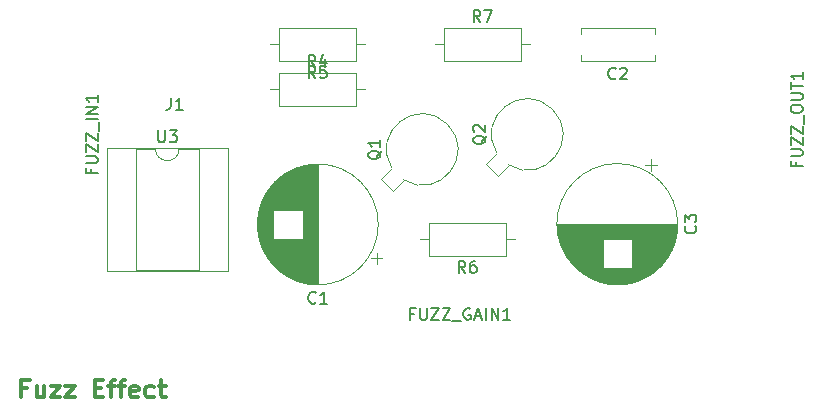
<source format=gto>
G04 #@! TF.GenerationSoftware,KiCad,Pcbnew,5.0.2-bee76a0~70~ubuntu18.04.1*
G04 #@! TF.CreationDate,2019-03-20T17:07:28-04:00*
G04 #@! TF.ProjectId,Fuzz,46757a7a-2e6b-4696-9361-645f70636258,rev?*
G04 #@! TF.SameCoordinates,Original*
G04 #@! TF.FileFunction,Legend,Top*
G04 #@! TF.FilePolarity,Positive*
%FSLAX46Y46*%
G04 Gerber Fmt 4.6, Leading zero omitted, Abs format (unit mm)*
G04 Created by KiCad (PCBNEW 5.0.2-bee76a0~70~ubuntu18.04.1) date Wed 20 Mar 2019 05:07:28 PM EDT*
%MOMM*%
%LPD*%
G01*
G04 APERTURE LIST*
%ADD10C,0.300000*%
%ADD11C,0.120000*%
%ADD12C,0.150000*%
G04 APERTURE END LIST*
D10*
X16090000Y-46882857D02*
X15590000Y-46882857D01*
X15590000Y-47668571D02*
X15590000Y-46168571D01*
X16304285Y-46168571D01*
X17518571Y-46668571D02*
X17518571Y-47668571D01*
X16875714Y-46668571D02*
X16875714Y-47454285D01*
X16947142Y-47597142D01*
X17090000Y-47668571D01*
X17304285Y-47668571D01*
X17447142Y-47597142D01*
X17518571Y-47525714D01*
X18090000Y-46668571D02*
X18875714Y-46668571D01*
X18090000Y-47668571D01*
X18875714Y-47668571D01*
X19304285Y-46668571D02*
X20090000Y-46668571D01*
X19304285Y-47668571D01*
X20090000Y-47668571D01*
X21804285Y-46882857D02*
X22304285Y-46882857D01*
X22518571Y-47668571D02*
X21804285Y-47668571D01*
X21804285Y-46168571D01*
X22518571Y-46168571D01*
X22947142Y-46668571D02*
X23518571Y-46668571D01*
X23161428Y-47668571D02*
X23161428Y-46382857D01*
X23232857Y-46240000D01*
X23375714Y-46168571D01*
X23518571Y-46168571D01*
X23804285Y-46668571D02*
X24375714Y-46668571D01*
X24018571Y-47668571D02*
X24018571Y-46382857D01*
X24090000Y-46240000D01*
X24232857Y-46168571D01*
X24375714Y-46168571D01*
X25447142Y-47597142D02*
X25304285Y-47668571D01*
X25018571Y-47668571D01*
X24875714Y-47597142D01*
X24804285Y-47454285D01*
X24804285Y-46882857D01*
X24875714Y-46740000D01*
X25018571Y-46668571D01*
X25304285Y-46668571D01*
X25447142Y-46740000D01*
X25518571Y-46882857D01*
X25518571Y-47025714D01*
X24804285Y-47168571D01*
X26804285Y-47597142D02*
X26661428Y-47668571D01*
X26375714Y-47668571D01*
X26232857Y-47597142D01*
X26161428Y-47525714D01*
X26090000Y-47382857D01*
X26090000Y-46954285D01*
X26161428Y-46811428D01*
X26232857Y-46740000D01*
X26375714Y-46668571D01*
X26661428Y-46668571D01*
X26804285Y-46740000D01*
X27232857Y-46668571D02*
X27804285Y-46668571D01*
X27447142Y-46168571D02*
X27447142Y-47454285D01*
X27518571Y-47597142D01*
X27661428Y-47668571D01*
X27804285Y-47668571D01*
D11*
G04 #@! TO.C,U3*
X28940000Y-26610000D02*
G75*
G02X26940000Y-26610000I-1000000J0D01*
G01*
X26940000Y-26610000D02*
X25290000Y-26610000D01*
X25290000Y-26610000D02*
X25290000Y-36890000D01*
X25290000Y-36890000D02*
X30590000Y-36890000D01*
X30590000Y-36890000D02*
X30590000Y-26610000D01*
X30590000Y-26610000D02*
X28940000Y-26610000D01*
X22800000Y-26550000D02*
X22800000Y-36950000D01*
X22800000Y-36950000D02*
X33080000Y-36950000D01*
X33080000Y-36950000D02*
X33080000Y-26550000D01*
X33080000Y-26550000D02*
X22800000Y-26550000D01*
G04 #@! TO.C,C1*
X45800000Y-33020000D02*
G75*
G03X45800000Y-33020000I-5120000J0D01*
G01*
X40680000Y-38100000D02*
X40680000Y-27940000D01*
X40640000Y-38100000D02*
X40640000Y-27940000D01*
X40600000Y-38100000D02*
X40600000Y-27940000D01*
X40560000Y-38099000D02*
X40560000Y-27941000D01*
X40520000Y-38098000D02*
X40520000Y-27942000D01*
X40480000Y-38097000D02*
X40480000Y-27943000D01*
X40440000Y-38095000D02*
X40440000Y-27945000D01*
X40400000Y-38093000D02*
X40400000Y-27947000D01*
X40360000Y-38090000D02*
X40360000Y-27950000D01*
X40320000Y-38088000D02*
X40320000Y-27952000D01*
X40280000Y-38085000D02*
X40280000Y-27955000D01*
X40240000Y-38082000D02*
X40240000Y-27958000D01*
X40200000Y-38078000D02*
X40200000Y-27962000D01*
X40160000Y-38074000D02*
X40160000Y-27966000D01*
X40120000Y-38070000D02*
X40120000Y-27970000D01*
X40080000Y-38065000D02*
X40080000Y-27975000D01*
X40040000Y-38060000D02*
X40040000Y-27980000D01*
X40000000Y-38055000D02*
X40000000Y-27985000D01*
X39959000Y-38050000D02*
X39959000Y-27990000D01*
X39919000Y-38044000D02*
X39919000Y-27996000D01*
X39879000Y-38038000D02*
X39879000Y-28002000D01*
X39839000Y-38031000D02*
X39839000Y-28009000D01*
X39799000Y-38024000D02*
X39799000Y-28016000D01*
X39759000Y-38017000D02*
X39759000Y-28023000D01*
X39719000Y-38010000D02*
X39719000Y-28030000D01*
X39679000Y-38002000D02*
X39679000Y-28038000D01*
X39639000Y-37994000D02*
X39639000Y-28046000D01*
X39599000Y-37985000D02*
X39599000Y-28055000D01*
X39559000Y-37976000D02*
X39559000Y-28064000D01*
X39519000Y-37967000D02*
X39519000Y-28073000D01*
X39479000Y-37958000D02*
X39479000Y-28082000D01*
X39439000Y-37948000D02*
X39439000Y-28092000D01*
X39399000Y-37938000D02*
X39399000Y-34261000D01*
X39399000Y-31779000D02*
X39399000Y-28102000D01*
X39359000Y-37927000D02*
X39359000Y-34261000D01*
X39359000Y-31779000D02*
X39359000Y-28113000D01*
X39319000Y-37917000D02*
X39319000Y-34261000D01*
X39319000Y-31779000D02*
X39319000Y-28123000D01*
X39279000Y-37905000D02*
X39279000Y-34261000D01*
X39279000Y-31779000D02*
X39279000Y-28135000D01*
X39239000Y-37894000D02*
X39239000Y-34261000D01*
X39239000Y-31779000D02*
X39239000Y-28146000D01*
X39199000Y-37882000D02*
X39199000Y-34261000D01*
X39199000Y-31779000D02*
X39199000Y-28158000D01*
X39159000Y-37870000D02*
X39159000Y-34261000D01*
X39159000Y-31779000D02*
X39159000Y-28170000D01*
X39119000Y-37857000D02*
X39119000Y-34261000D01*
X39119000Y-31779000D02*
X39119000Y-28183000D01*
X39079000Y-37844000D02*
X39079000Y-34261000D01*
X39079000Y-31779000D02*
X39079000Y-28196000D01*
X39039000Y-37831000D02*
X39039000Y-34261000D01*
X39039000Y-31779000D02*
X39039000Y-28209000D01*
X38999000Y-37817000D02*
X38999000Y-34261000D01*
X38999000Y-31779000D02*
X38999000Y-28223000D01*
X38959000Y-37803000D02*
X38959000Y-34261000D01*
X38959000Y-31779000D02*
X38959000Y-28237000D01*
X38919000Y-37788000D02*
X38919000Y-34261000D01*
X38919000Y-31779000D02*
X38919000Y-28252000D01*
X38879000Y-37774000D02*
X38879000Y-34261000D01*
X38879000Y-31779000D02*
X38879000Y-28266000D01*
X38839000Y-37758000D02*
X38839000Y-34261000D01*
X38839000Y-31779000D02*
X38839000Y-28282000D01*
X38799000Y-37743000D02*
X38799000Y-34261000D01*
X38799000Y-31779000D02*
X38799000Y-28297000D01*
X38759000Y-37727000D02*
X38759000Y-34261000D01*
X38759000Y-31779000D02*
X38759000Y-28313000D01*
X38719000Y-37710000D02*
X38719000Y-34261000D01*
X38719000Y-31779000D02*
X38719000Y-28330000D01*
X38679000Y-37694000D02*
X38679000Y-34261000D01*
X38679000Y-31779000D02*
X38679000Y-28346000D01*
X38639000Y-37677000D02*
X38639000Y-34261000D01*
X38639000Y-31779000D02*
X38639000Y-28363000D01*
X38599000Y-37659000D02*
X38599000Y-34261000D01*
X38599000Y-31779000D02*
X38599000Y-28381000D01*
X38559000Y-37641000D02*
X38559000Y-34261000D01*
X38559000Y-31779000D02*
X38559000Y-28399000D01*
X38519000Y-37623000D02*
X38519000Y-34261000D01*
X38519000Y-31779000D02*
X38519000Y-28417000D01*
X38479000Y-37604000D02*
X38479000Y-34261000D01*
X38479000Y-31779000D02*
X38479000Y-28436000D01*
X38439000Y-37584000D02*
X38439000Y-34261000D01*
X38439000Y-31779000D02*
X38439000Y-28456000D01*
X38399000Y-37565000D02*
X38399000Y-34261000D01*
X38399000Y-31779000D02*
X38399000Y-28475000D01*
X38359000Y-37545000D02*
X38359000Y-34261000D01*
X38359000Y-31779000D02*
X38359000Y-28495000D01*
X38319000Y-37524000D02*
X38319000Y-34261000D01*
X38319000Y-31779000D02*
X38319000Y-28516000D01*
X38279000Y-37503000D02*
X38279000Y-34261000D01*
X38279000Y-31779000D02*
X38279000Y-28537000D01*
X38239000Y-37482000D02*
X38239000Y-34261000D01*
X38239000Y-31779000D02*
X38239000Y-28558000D01*
X38199000Y-37460000D02*
X38199000Y-34261000D01*
X38199000Y-31779000D02*
X38199000Y-28580000D01*
X38159000Y-37437000D02*
X38159000Y-34261000D01*
X38159000Y-31779000D02*
X38159000Y-28603000D01*
X38119000Y-37415000D02*
X38119000Y-34261000D01*
X38119000Y-31779000D02*
X38119000Y-28625000D01*
X38079000Y-37391000D02*
X38079000Y-34261000D01*
X38079000Y-31779000D02*
X38079000Y-28649000D01*
X38039000Y-37367000D02*
X38039000Y-34261000D01*
X38039000Y-31779000D02*
X38039000Y-28673000D01*
X37999000Y-37343000D02*
X37999000Y-34261000D01*
X37999000Y-31779000D02*
X37999000Y-28697000D01*
X37959000Y-37318000D02*
X37959000Y-34261000D01*
X37959000Y-31779000D02*
X37959000Y-28722000D01*
X37919000Y-37293000D02*
X37919000Y-34261000D01*
X37919000Y-31779000D02*
X37919000Y-28747000D01*
X37879000Y-37267000D02*
X37879000Y-34261000D01*
X37879000Y-31779000D02*
X37879000Y-28773000D01*
X37839000Y-37241000D02*
X37839000Y-34261000D01*
X37839000Y-31779000D02*
X37839000Y-28799000D01*
X37799000Y-37214000D02*
X37799000Y-34261000D01*
X37799000Y-31779000D02*
X37799000Y-28826000D01*
X37759000Y-37186000D02*
X37759000Y-34261000D01*
X37759000Y-31779000D02*
X37759000Y-28854000D01*
X37719000Y-37158000D02*
X37719000Y-34261000D01*
X37719000Y-31779000D02*
X37719000Y-28882000D01*
X37679000Y-37130000D02*
X37679000Y-34261000D01*
X37679000Y-31779000D02*
X37679000Y-28910000D01*
X37639000Y-37100000D02*
X37639000Y-34261000D01*
X37639000Y-31779000D02*
X37639000Y-28940000D01*
X37599000Y-37070000D02*
X37599000Y-34261000D01*
X37599000Y-31779000D02*
X37599000Y-28970000D01*
X37559000Y-37040000D02*
X37559000Y-34261000D01*
X37559000Y-31779000D02*
X37559000Y-29000000D01*
X37519000Y-37009000D02*
X37519000Y-34261000D01*
X37519000Y-31779000D02*
X37519000Y-29031000D01*
X37479000Y-36977000D02*
X37479000Y-34261000D01*
X37479000Y-31779000D02*
X37479000Y-29063000D01*
X37439000Y-36945000D02*
X37439000Y-34261000D01*
X37439000Y-31779000D02*
X37439000Y-29095000D01*
X37399000Y-36912000D02*
X37399000Y-34261000D01*
X37399000Y-31779000D02*
X37399000Y-29128000D01*
X37359000Y-36878000D02*
X37359000Y-34261000D01*
X37359000Y-31779000D02*
X37359000Y-29162000D01*
X37319000Y-36844000D02*
X37319000Y-34261000D01*
X37319000Y-31779000D02*
X37319000Y-29196000D01*
X37279000Y-36809000D02*
X37279000Y-34261000D01*
X37279000Y-31779000D02*
X37279000Y-29231000D01*
X37239000Y-36773000D02*
X37239000Y-34261000D01*
X37239000Y-31779000D02*
X37239000Y-29267000D01*
X37199000Y-36736000D02*
X37199000Y-34261000D01*
X37199000Y-31779000D02*
X37199000Y-29304000D01*
X37159000Y-36699000D02*
X37159000Y-34261000D01*
X37159000Y-31779000D02*
X37159000Y-29341000D01*
X37119000Y-36660000D02*
X37119000Y-34261000D01*
X37119000Y-31779000D02*
X37119000Y-29380000D01*
X37079000Y-36621000D02*
X37079000Y-34261000D01*
X37079000Y-31779000D02*
X37079000Y-29419000D01*
X37039000Y-36581000D02*
X37039000Y-34261000D01*
X37039000Y-31779000D02*
X37039000Y-29459000D01*
X36999000Y-36540000D02*
X36999000Y-34261000D01*
X36999000Y-31779000D02*
X36999000Y-29500000D01*
X36959000Y-36498000D02*
X36959000Y-34261000D01*
X36959000Y-31779000D02*
X36959000Y-29542000D01*
X36919000Y-36456000D02*
X36919000Y-29584000D01*
X36879000Y-36412000D02*
X36879000Y-29628000D01*
X36839000Y-36367000D02*
X36839000Y-29673000D01*
X36799000Y-36321000D02*
X36799000Y-29719000D01*
X36759000Y-36274000D02*
X36759000Y-29766000D01*
X36719000Y-36226000D02*
X36719000Y-29814000D01*
X36679000Y-36176000D02*
X36679000Y-29864000D01*
X36639000Y-36126000D02*
X36639000Y-29914000D01*
X36599000Y-36074000D02*
X36599000Y-29966000D01*
X36559000Y-36020000D02*
X36559000Y-30020000D01*
X36519000Y-35965000D02*
X36519000Y-30075000D01*
X36479000Y-35909000D02*
X36479000Y-30131000D01*
X36439000Y-35850000D02*
X36439000Y-30190000D01*
X36399000Y-35790000D02*
X36399000Y-30250000D01*
X36359000Y-35729000D02*
X36359000Y-30311000D01*
X36319000Y-35665000D02*
X36319000Y-30375000D01*
X36279000Y-35599000D02*
X36279000Y-30441000D01*
X36239000Y-35530000D02*
X36239000Y-30510000D01*
X36199000Y-35459000D02*
X36199000Y-30581000D01*
X36159000Y-35385000D02*
X36159000Y-30655000D01*
X36119000Y-35309000D02*
X36119000Y-30731000D01*
X36079000Y-35229000D02*
X36079000Y-30811000D01*
X36039000Y-35145000D02*
X36039000Y-30895000D01*
X35999000Y-35057000D02*
X35999000Y-30983000D01*
X35959000Y-34964000D02*
X35959000Y-31076000D01*
X35919000Y-34866000D02*
X35919000Y-31174000D01*
X35879000Y-34762000D02*
X35879000Y-31278000D01*
X35839000Y-34650000D02*
X35839000Y-31390000D01*
X35799000Y-34530000D02*
X35799000Y-31510000D01*
X35759000Y-34398000D02*
X35759000Y-31642000D01*
X35719000Y-34250000D02*
X35719000Y-31790000D01*
X35679000Y-34082000D02*
X35679000Y-31958000D01*
X35639000Y-33882000D02*
X35639000Y-32158000D01*
X35599000Y-33619000D02*
X35599000Y-32421000D01*
X46159646Y-35895000D02*
X45159646Y-35895000D01*
X45659646Y-36395000D02*
X45659646Y-35395000D01*
G04 #@! TO.C,C2*
X69200000Y-19150000D02*
X62960000Y-19150000D01*
X69200000Y-16410000D02*
X62960000Y-16410000D01*
X69200000Y-19150000D02*
X69200000Y-18705000D01*
X69200000Y-16855000D02*
X69200000Y-16410000D01*
X62960000Y-19150000D02*
X62960000Y-18705000D01*
X62960000Y-16855000D02*
X62960000Y-16410000D01*
G04 #@! TO.C,C3*
X69415000Y-28000354D02*
X68415000Y-28000354D01*
X68915000Y-27500354D02*
X68915000Y-28500354D01*
X66639000Y-38061000D02*
X65441000Y-38061000D01*
X66902000Y-38021000D02*
X65178000Y-38021000D01*
X67102000Y-37981000D02*
X64978000Y-37981000D01*
X67270000Y-37941000D02*
X64810000Y-37941000D01*
X67418000Y-37901000D02*
X64662000Y-37901000D01*
X67550000Y-37861000D02*
X64530000Y-37861000D01*
X67670000Y-37821000D02*
X64410000Y-37821000D01*
X67782000Y-37781000D02*
X64298000Y-37781000D01*
X67886000Y-37741000D02*
X64194000Y-37741000D01*
X67984000Y-37701000D02*
X64096000Y-37701000D01*
X68077000Y-37661000D02*
X64003000Y-37661000D01*
X68165000Y-37621000D02*
X63915000Y-37621000D01*
X68249000Y-37581000D02*
X63831000Y-37581000D01*
X68329000Y-37541000D02*
X63751000Y-37541000D01*
X68405000Y-37501000D02*
X63675000Y-37501000D01*
X68479000Y-37461000D02*
X63601000Y-37461000D01*
X68550000Y-37421000D02*
X63530000Y-37421000D01*
X68619000Y-37381000D02*
X63461000Y-37381000D01*
X68685000Y-37341000D02*
X63395000Y-37341000D01*
X68749000Y-37301000D02*
X63331000Y-37301000D01*
X68810000Y-37261000D02*
X63270000Y-37261000D01*
X68870000Y-37221000D02*
X63210000Y-37221000D01*
X68929000Y-37181000D02*
X63151000Y-37181000D01*
X68985000Y-37141000D02*
X63095000Y-37141000D01*
X69040000Y-37101000D02*
X63040000Y-37101000D01*
X69094000Y-37061000D02*
X62986000Y-37061000D01*
X69146000Y-37021000D02*
X62934000Y-37021000D01*
X69196000Y-36981000D02*
X62884000Y-36981000D01*
X69246000Y-36941000D02*
X62834000Y-36941000D01*
X69294000Y-36901000D02*
X62786000Y-36901000D01*
X69341000Y-36861000D02*
X62739000Y-36861000D01*
X69387000Y-36821000D02*
X62693000Y-36821000D01*
X69432000Y-36781000D02*
X62648000Y-36781000D01*
X69476000Y-36741000D02*
X62604000Y-36741000D01*
X64799000Y-36701000D02*
X62562000Y-36701000D01*
X69518000Y-36701000D02*
X67281000Y-36701000D01*
X64799000Y-36661000D02*
X62520000Y-36661000D01*
X69560000Y-36661000D02*
X67281000Y-36661000D01*
X64799000Y-36621000D02*
X62479000Y-36621000D01*
X69601000Y-36621000D02*
X67281000Y-36621000D01*
X64799000Y-36581000D02*
X62439000Y-36581000D01*
X69641000Y-36581000D02*
X67281000Y-36581000D01*
X64799000Y-36541000D02*
X62400000Y-36541000D01*
X69680000Y-36541000D02*
X67281000Y-36541000D01*
X64799000Y-36501000D02*
X62361000Y-36501000D01*
X69719000Y-36501000D02*
X67281000Y-36501000D01*
X64799000Y-36461000D02*
X62324000Y-36461000D01*
X69756000Y-36461000D02*
X67281000Y-36461000D01*
X64799000Y-36421000D02*
X62287000Y-36421000D01*
X69793000Y-36421000D02*
X67281000Y-36421000D01*
X64799000Y-36381000D02*
X62251000Y-36381000D01*
X69829000Y-36381000D02*
X67281000Y-36381000D01*
X64799000Y-36341000D02*
X62216000Y-36341000D01*
X69864000Y-36341000D02*
X67281000Y-36341000D01*
X64799000Y-36301000D02*
X62182000Y-36301000D01*
X69898000Y-36301000D02*
X67281000Y-36301000D01*
X64799000Y-36261000D02*
X62148000Y-36261000D01*
X69932000Y-36261000D02*
X67281000Y-36261000D01*
X64799000Y-36221000D02*
X62115000Y-36221000D01*
X69965000Y-36221000D02*
X67281000Y-36221000D01*
X64799000Y-36181000D02*
X62083000Y-36181000D01*
X69997000Y-36181000D02*
X67281000Y-36181000D01*
X64799000Y-36141000D02*
X62051000Y-36141000D01*
X70029000Y-36141000D02*
X67281000Y-36141000D01*
X64799000Y-36101000D02*
X62020000Y-36101000D01*
X70060000Y-36101000D02*
X67281000Y-36101000D01*
X64799000Y-36061000D02*
X61990000Y-36061000D01*
X70090000Y-36061000D02*
X67281000Y-36061000D01*
X64799000Y-36021000D02*
X61960000Y-36021000D01*
X70120000Y-36021000D02*
X67281000Y-36021000D01*
X64799000Y-35981000D02*
X61930000Y-35981000D01*
X70150000Y-35981000D02*
X67281000Y-35981000D01*
X64799000Y-35941000D02*
X61902000Y-35941000D01*
X70178000Y-35941000D02*
X67281000Y-35941000D01*
X64799000Y-35901000D02*
X61874000Y-35901000D01*
X70206000Y-35901000D02*
X67281000Y-35901000D01*
X64799000Y-35861000D02*
X61846000Y-35861000D01*
X70234000Y-35861000D02*
X67281000Y-35861000D01*
X64799000Y-35821000D02*
X61819000Y-35821000D01*
X70261000Y-35821000D02*
X67281000Y-35821000D01*
X64799000Y-35781000D02*
X61793000Y-35781000D01*
X70287000Y-35781000D02*
X67281000Y-35781000D01*
X64799000Y-35741000D02*
X61767000Y-35741000D01*
X70313000Y-35741000D02*
X67281000Y-35741000D01*
X64799000Y-35701000D02*
X61742000Y-35701000D01*
X70338000Y-35701000D02*
X67281000Y-35701000D01*
X64799000Y-35661000D02*
X61717000Y-35661000D01*
X70363000Y-35661000D02*
X67281000Y-35661000D01*
X64799000Y-35621000D02*
X61693000Y-35621000D01*
X70387000Y-35621000D02*
X67281000Y-35621000D01*
X64799000Y-35581000D02*
X61669000Y-35581000D01*
X70411000Y-35581000D02*
X67281000Y-35581000D01*
X64799000Y-35541000D02*
X61645000Y-35541000D01*
X70435000Y-35541000D02*
X67281000Y-35541000D01*
X64799000Y-35501000D02*
X61623000Y-35501000D01*
X70457000Y-35501000D02*
X67281000Y-35501000D01*
X64799000Y-35461000D02*
X61600000Y-35461000D01*
X70480000Y-35461000D02*
X67281000Y-35461000D01*
X64799000Y-35421000D02*
X61578000Y-35421000D01*
X70502000Y-35421000D02*
X67281000Y-35421000D01*
X64799000Y-35381000D02*
X61557000Y-35381000D01*
X70523000Y-35381000D02*
X67281000Y-35381000D01*
X64799000Y-35341000D02*
X61536000Y-35341000D01*
X70544000Y-35341000D02*
X67281000Y-35341000D01*
X64799000Y-35301000D02*
X61515000Y-35301000D01*
X70565000Y-35301000D02*
X67281000Y-35301000D01*
X64799000Y-35261000D02*
X61495000Y-35261000D01*
X70585000Y-35261000D02*
X67281000Y-35261000D01*
X64799000Y-35221000D02*
X61476000Y-35221000D01*
X70604000Y-35221000D02*
X67281000Y-35221000D01*
X64799000Y-35181000D02*
X61456000Y-35181000D01*
X70624000Y-35181000D02*
X67281000Y-35181000D01*
X64799000Y-35141000D02*
X61437000Y-35141000D01*
X70643000Y-35141000D02*
X67281000Y-35141000D01*
X64799000Y-35101000D02*
X61419000Y-35101000D01*
X70661000Y-35101000D02*
X67281000Y-35101000D01*
X64799000Y-35061000D02*
X61401000Y-35061000D01*
X70679000Y-35061000D02*
X67281000Y-35061000D01*
X64799000Y-35021000D02*
X61383000Y-35021000D01*
X70697000Y-35021000D02*
X67281000Y-35021000D01*
X64799000Y-34981000D02*
X61366000Y-34981000D01*
X70714000Y-34981000D02*
X67281000Y-34981000D01*
X64799000Y-34941000D02*
X61350000Y-34941000D01*
X70730000Y-34941000D02*
X67281000Y-34941000D01*
X64799000Y-34901000D02*
X61333000Y-34901000D01*
X70747000Y-34901000D02*
X67281000Y-34901000D01*
X64799000Y-34861000D02*
X61317000Y-34861000D01*
X70763000Y-34861000D02*
X67281000Y-34861000D01*
X64799000Y-34821000D02*
X61302000Y-34821000D01*
X70778000Y-34821000D02*
X67281000Y-34821000D01*
X64799000Y-34781000D02*
X61286000Y-34781000D01*
X70794000Y-34781000D02*
X67281000Y-34781000D01*
X64799000Y-34741000D02*
X61272000Y-34741000D01*
X70808000Y-34741000D02*
X67281000Y-34741000D01*
X64799000Y-34701000D02*
X61257000Y-34701000D01*
X70823000Y-34701000D02*
X67281000Y-34701000D01*
X64799000Y-34661000D02*
X61243000Y-34661000D01*
X70837000Y-34661000D02*
X67281000Y-34661000D01*
X64799000Y-34621000D02*
X61229000Y-34621000D01*
X70851000Y-34621000D02*
X67281000Y-34621000D01*
X64799000Y-34581000D02*
X61216000Y-34581000D01*
X70864000Y-34581000D02*
X67281000Y-34581000D01*
X64799000Y-34541000D02*
X61203000Y-34541000D01*
X70877000Y-34541000D02*
X67281000Y-34541000D01*
X64799000Y-34501000D02*
X61190000Y-34501000D01*
X70890000Y-34501000D02*
X67281000Y-34501000D01*
X64799000Y-34461000D02*
X61178000Y-34461000D01*
X70902000Y-34461000D02*
X67281000Y-34461000D01*
X64799000Y-34421000D02*
X61166000Y-34421000D01*
X70914000Y-34421000D02*
X67281000Y-34421000D01*
X64799000Y-34381000D02*
X61155000Y-34381000D01*
X70925000Y-34381000D02*
X67281000Y-34381000D01*
X64799000Y-34341000D02*
X61143000Y-34341000D01*
X70937000Y-34341000D02*
X67281000Y-34341000D01*
X64799000Y-34301000D02*
X61133000Y-34301000D01*
X70947000Y-34301000D02*
X67281000Y-34301000D01*
X64799000Y-34261000D02*
X61122000Y-34261000D01*
X70958000Y-34261000D02*
X67281000Y-34261000D01*
X70968000Y-34221000D02*
X61112000Y-34221000D01*
X70978000Y-34181000D02*
X61102000Y-34181000D01*
X70987000Y-34141000D02*
X61093000Y-34141000D01*
X70996000Y-34101000D02*
X61084000Y-34101000D01*
X71005000Y-34061000D02*
X61075000Y-34061000D01*
X71014000Y-34021000D02*
X61066000Y-34021000D01*
X71022000Y-33981000D02*
X61058000Y-33981000D01*
X71030000Y-33941000D02*
X61050000Y-33941000D01*
X71037000Y-33901000D02*
X61043000Y-33901000D01*
X71044000Y-33861000D02*
X61036000Y-33861000D01*
X71051000Y-33821000D02*
X61029000Y-33821000D01*
X71058000Y-33781000D02*
X61022000Y-33781000D01*
X71064000Y-33741000D02*
X61016000Y-33741000D01*
X71070000Y-33701000D02*
X61010000Y-33701000D01*
X71075000Y-33660000D02*
X61005000Y-33660000D01*
X71080000Y-33620000D02*
X61000000Y-33620000D01*
X71085000Y-33580000D02*
X60995000Y-33580000D01*
X71090000Y-33540000D02*
X60990000Y-33540000D01*
X71094000Y-33500000D02*
X60986000Y-33500000D01*
X71098000Y-33460000D02*
X60982000Y-33460000D01*
X71102000Y-33420000D02*
X60978000Y-33420000D01*
X71105000Y-33380000D02*
X60975000Y-33380000D01*
X71108000Y-33340000D02*
X60972000Y-33340000D01*
X71110000Y-33300000D02*
X60970000Y-33300000D01*
X71113000Y-33260000D02*
X60967000Y-33260000D01*
X71115000Y-33220000D02*
X60965000Y-33220000D01*
X71117000Y-33180000D02*
X60963000Y-33180000D01*
X71118000Y-33140000D02*
X60962000Y-33140000D01*
X71119000Y-33100000D02*
X60961000Y-33100000D01*
X71120000Y-33060000D02*
X60960000Y-33060000D01*
X71120000Y-33020000D02*
X60960000Y-33020000D01*
X71120000Y-32980000D02*
X60960000Y-32980000D01*
X71160000Y-32980000D02*
G75*
G03X71160000Y-32980000I-5120000J0D01*
G01*
G04 #@! TO.C,Q1*
X46957719Y-28252331D02*
X46045552Y-29164499D01*
X46045552Y-29164499D02*
X47035501Y-30154448D01*
X47035501Y-30154448D02*
X47947669Y-29242281D01*
X47947456Y-29242150D02*
G75*
G03X46957719Y-28252331I1582544J2572150D01*
G01*
G04 #@! TO.C,Q2*
X56837456Y-27972150D02*
G75*
G03X55847719Y-26982331I1582544J2572150D01*
G01*
X55925501Y-28884448D02*
X56837669Y-27972281D01*
X54935552Y-27894499D02*
X55925501Y-28884448D01*
X55847719Y-26982331D02*
X54935552Y-27894499D01*
G04 #@! TO.C,R4*
X37370000Y-20220000D02*
X37370000Y-22960000D01*
X37370000Y-22960000D02*
X43910000Y-22960000D01*
X43910000Y-22960000D02*
X43910000Y-20220000D01*
X43910000Y-20220000D02*
X37370000Y-20220000D01*
X36600000Y-21590000D02*
X37370000Y-21590000D01*
X44680000Y-21590000D02*
X43910000Y-21590000D01*
G04 #@! TO.C,R5*
X36600000Y-17780000D02*
X37370000Y-17780000D01*
X44680000Y-17780000D02*
X43910000Y-17780000D01*
X37370000Y-19150000D02*
X43910000Y-19150000D01*
X37370000Y-16410000D02*
X37370000Y-19150000D01*
X43910000Y-16410000D02*
X37370000Y-16410000D01*
X43910000Y-19150000D02*
X43910000Y-16410000D01*
G04 #@! TO.C,R6*
X49300000Y-34290000D02*
X50070000Y-34290000D01*
X57380000Y-34290000D02*
X56610000Y-34290000D01*
X50070000Y-35660000D02*
X56610000Y-35660000D01*
X50070000Y-32920000D02*
X50070000Y-35660000D01*
X56610000Y-32920000D02*
X50070000Y-32920000D01*
X56610000Y-35660000D02*
X56610000Y-32920000D01*
G04 #@! TO.C,R7*
X51340000Y-16410000D02*
X51340000Y-19150000D01*
X51340000Y-19150000D02*
X57880000Y-19150000D01*
X57880000Y-19150000D02*
X57880000Y-16410000D01*
X57880000Y-16410000D02*
X51340000Y-16410000D01*
X50570000Y-17780000D02*
X51340000Y-17780000D01*
X58650000Y-17780000D02*
X57880000Y-17780000D01*
G04 #@! TO.C,J1*
D12*
X28241666Y-22312380D02*
X28241666Y-23026666D01*
X28194047Y-23169523D01*
X28098809Y-23264761D01*
X27955952Y-23312380D01*
X27860714Y-23312380D01*
X29241666Y-23312380D02*
X28670238Y-23312380D01*
X28955952Y-23312380D02*
X28955952Y-22312380D01*
X28860714Y-22455238D01*
X28765476Y-22550476D01*
X28670238Y-22598095D01*
G04 #@! TO.C,U3*
X27178095Y-25062380D02*
X27178095Y-25871904D01*
X27225714Y-25967142D01*
X27273333Y-26014761D01*
X27368571Y-26062380D01*
X27559047Y-26062380D01*
X27654285Y-26014761D01*
X27701904Y-25967142D01*
X27749523Y-25871904D01*
X27749523Y-25062380D01*
X28130476Y-25062380D02*
X28749523Y-25062380D01*
X28416190Y-25443333D01*
X28559047Y-25443333D01*
X28654285Y-25490952D01*
X28701904Y-25538571D01*
X28749523Y-25633809D01*
X28749523Y-25871904D01*
X28701904Y-25967142D01*
X28654285Y-26014761D01*
X28559047Y-26062380D01*
X28273333Y-26062380D01*
X28178095Y-26014761D01*
X28130476Y-25967142D01*
G04 #@! TO.C,C1*
X40513333Y-39627142D02*
X40465714Y-39674761D01*
X40322857Y-39722380D01*
X40227619Y-39722380D01*
X40084761Y-39674761D01*
X39989523Y-39579523D01*
X39941904Y-39484285D01*
X39894285Y-39293809D01*
X39894285Y-39150952D01*
X39941904Y-38960476D01*
X39989523Y-38865238D01*
X40084761Y-38770000D01*
X40227619Y-38722380D01*
X40322857Y-38722380D01*
X40465714Y-38770000D01*
X40513333Y-38817619D01*
X41465714Y-39722380D02*
X40894285Y-39722380D01*
X41180000Y-39722380D02*
X41180000Y-38722380D01*
X41084761Y-38865238D01*
X40989523Y-38960476D01*
X40894285Y-39008095D01*
G04 #@! TO.C,C2*
X65913333Y-20637142D02*
X65865714Y-20684761D01*
X65722857Y-20732380D01*
X65627619Y-20732380D01*
X65484761Y-20684761D01*
X65389523Y-20589523D01*
X65341904Y-20494285D01*
X65294285Y-20303809D01*
X65294285Y-20160952D01*
X65341904Y-19970476D01*
X65389523Y-19875238D01*
X65484761Y-19780000D01*
X65627619Y-19732380D01*
X65722857Y-19732380D01*
X65865714Y-19780000D01*
X65913333Y-19827619D01*
X66294285Y-19827619D02*
X66341904Y-19780000D01*
X66437142Y-19732380D01*
X66675238Y-19732380D01*
X66770476Y-19780000D01*
X66818095Y-19827619D01*
X66865714Y-19922857D01*
X66865714Y-20018095D01*
X66818095Y-20160952D01*
X66246666Y-20732380D01*
X66865714Y-20732380D01*
G04 #@! TO.C,C3*
X72647142Y-33146666D02*
X72694761Y-33194285D01*
X72742380Y-33337142D01*
X72742380Y-33432380D01*
X72694761Y-33575238D01*
X72599523Y-33670476D01*
X72504285Y-33718095D01*
X72313809Y-33765714D01*
X72170952Y-33765714D01*
X71980476Y-33718095D01*
X71885238Y-33670476D01*
X71790000Y-33575238D01*
X71742380Y-33432380D01*
X71742380Y-33337142D01*
X71790000Y-33194285D01*
X71837619Y-33146666D01*
X71742380Y-32813333D02*
X71742380Y-32194285D01*
X72123333Y-32527619D01*
X72123333Y-32384761D01*
X72170952Y-32289523D01*
X72218571Y-32241904D01*
X72313809Y-32194285D01*
X72551904Y-32194285D01*
X72647142Y-32241904D01*
X72694761Y-32289523D01*
X72742380Y-32384761D01*
X72742380Y-32670476D01*
X72694761Y-32765714D01*
X72647142Y-32813333D01*
G04 #@! TO.C,FUZZ_GAIN1*
X48824047Y-40568571D02*
X48490714Y-40568571D01*
X48490714Y-41092380D02*
X48490714Y-40092380D01*
X48966904Y-40092380D01*
X49347857Y-40092380D02*
X49347857Y-40901904D01*
X49395476Y-40997142D01*
X49443095Y-41044761D01*
X49538333Y-41092380D01*
X49728809Y-41092380D01*
X49824047Y-41044761D01*
X49871666Y-40997142D01*
X49919285Y-40901904D01*
X49919285Y-40092380D01*
X50300238Y-40092380D02*
X50966904Y-40092380D01*
X50300238Y-41092380D01*
X50966904Y-41092380D01*
X51252619Y-40092380D02*
X51919285Y-40092380D01*
X51252619Y-41092380D01*
X51919285Y-41092380D01*
X52062142Y-41187619D02*
X52824047Y-41187619D01*
X53585952Y-40140000D02*
X53490714Y-40092380D01*
X53347857Y-40092380D01*
X53205000Y-40140000D01*
X53109761Y-40235238D01*
X53062142Y-40330476D01*
X53014523Y-40520952D01*
X53014523Y-40663809D01*
X53062142Y-40854285D01*
X53109761Y-40949523D01*
X53205000Y-41044761D01*
X53347857Y-41092380D01*
X53443095Y-41092380D01*
X53585952Y-41044761D01*
X53633571Y-40997142D01*
X53633571Y-40663809D01*
X53443095Y-40663809D01*
X54014523Y-40806666D02*
X54490714Y-40806666D01*
X53919285Y-41092380D02*
X54252619Y-40092380D01*
X54585952Y-41092380D01*
X54919285Y-41092380D02*
X54919285Y-40092380D01*
X55395476Y-41092380D02*
X55395476Y-40092380D01*
X55966904Y-41092380D01*
X55966904Y-40092380D01*
X56966904Y-41092380D02*
X56395476Y-41092380D01*
X56681190Y-41092380D02*
X56681190Y-40092380D01*
X56585952Y-40235238D01*
X56490714Y-40330476D01*
X56395476Y-40378095D01*
G04 #@! TO.C,FUZZ_IN1*
X21518571Y-28352380D02*
X21518571Y-28685714D01*
X22042380Y-28685714D02*
X21042380Y-28685714D01*
X21042380Y-28209523D01*
X21042380Y-27828571D02*
X21851904Y-27828571D01*
X21947142Y-27780952D01*
X21994761Y-27733333D01*
X22042380Y-27638095D01*
X22042380Y-27447619D01*
X21994761Y-27352380D01*
X21947142Y-27304761D01*
X21851904Y-27257142D01*
X21042380Y-27257142D01*
X21042380Y-26876190D02*
X21042380Y-26209523D01*
X22042380Y-26876190D01*
X22042380Y-26209523D01*
X21042380Y-25923809D02*
X21042380Y-25257142D01*
X22042380Y-25923809D01*
X22042380Y-25257142D01*
X22137619Y-25114285D02*
X22137619Y-24352380D01*
X22042380Y-24114285D02*
X21042380Y-24114285D01*
X22042380Y-23638095D02*
X21042380Y-23638095D01*
X22042380Y-23066666D01*
X21042380Y-23066666D01*
X22042380Y-22066666D02*
X22042380Y-22638095D01*
X22042380Y-22352380D02*
X21042380Y-22352380D01*
X21185238Y-22447619D01*
X21280476Y-22542857D01*
X21328095Y-22638095D01*
G04 #@! TO.C,FUZZ_OUT1*
X81208571Y-27749047D02*
X81208571Y-28082380D01*
X81732380Y-28082380D02*
X80732380Y-28082380D01*
X80732380Y-27606190D01*
X80732380Y-27225238D02*
X81541904Y-27225238D01*
X81637142Y-27177619D01*
X81684761Y-27130000D01*
X81732380Y-27034761D01*
X81732380Y-26844285D01*
X81684761Y-26749047D01*
X81637142Y-26701428D01*
X81541904Y-26653809D01*
X80732380Y-26653809D01*
X80732380Y-26272857D02*
X80732380Y-25606190D01*
X81732380Y-26272857D01*
X81732380Y-25606190D01*
X80732380Y-25320476D02*
X80732380Y-24653809D01*
X81732380Y-25320476D01*
X81732380Y-24653809D01*
X81827619Y-24510952D02*
X81827619Y-23749047D01*
X80732380Y-23320476D02*
X80732380Y-23130000D01*
X80780000Y-23034761D01*
X80875238Y-22939523D01*
X81065714Y-22891904D01*
X81399047Y-22891904D01*
X81589523Y-22939523D01*
X81684761Y-23034761D01*
X81732380Y-23130000D01*
X81732380Y-23320476D01*
X81684761Y-23415714D01*
X81589523Y-23510952D01*
X81399047Y-23558571D01*
X81065714Y-23558571D01*
X80875238Y-23510952D01*
X80780000Y-23415714D01*
X80732380Y-23320476D01*
X80732380Y-22463333D02*
X81541904Y-22463333D01*
X81637142Y-22415714D01*
X81684761Y-22368095D01*
X81732380Y-22272857D01*
X81732380Y-22082380D01*
X81684761Y-21987142D01*
X81637142Y-21939523D01*
X81541904Y-21891904D01*
X80732380Y-21891904D01*
X80732380Y-21558571D02*
X80732380Y-20987142D01*
X81732380Y-21272857D02*
X80732380Y-21272857D01*
X81732380Y-20130000D02*
X81732380Y-20701428D01*
X81732380Y-20415714D02*
X80732380Y-20415714D01*
X80875238Y-20510952D01*
X80970476Y-20606190D01*
X81018095Y-20701428D01*
G04 #@! TO.C,Q1*
X46057619Y-26765238D02*
X46010000Y-26860476D01*
X45914761Y-26955714D01*
X45771904Y-27098571D01*
X45724285Y-27193809D01*
X45724285Y-27289047D01*
X45962380Y-27241428D02*
X45914761Y-27336666D01*
X45819523Y-27431904D01*
X45629047Y-27479523D01*
X45295714Y-27479523D01*
X45105238Y-27431904D01*
X45010000Y-27336666D01*
X44962380Y-27241428D01*
X44962380Y-27050952D01*
X45010000Y-26955714D01*
X45105238Y-26860476D01*
X45295714Y-26812857D01*
X45629047Y-26812857D01*
X45819523Y-26860476D01*
X45914761Y-26955714D01*
X45962380Y-27050952D01*
X45962380Y-27241428D01*
X45962380Y-25860476D02*
X45962380Y-26431904D01*
X45962380Y-26146190D02*
X44962380Y-26146190D01*
X45105238Y-26241428D01*
X45200476Y-26336666D01*
X45248095Y-26431904D01*
G04 #@! TO.C,Q2*
X54947619Y-25495238D02*
X54900000Y-25590476D01*
X54804761Y-25685714D01*
X54661904Y-25828571D01*
X54614285Y-25923809D01*
X54614285Y-26019047D01*
X54852380Y-25971428D02*
X54804761Y-26066666D01*
X54709523Y-26161904D01*
X54519047Y-26209523D01*
X54185714Y-26209523D01*
X53995238Y-26161904D01*
X53900000Y-26066666D01*
X53852380Y-25971428D01*
X53852380Y-25780952D01*
X53900000Y-25685714D01*
X53995238Y-25590476D01*
X54185714Y-25542857D01*
X54519047Y-25542857D01*
X54709523Y-25590476D01*
X54804761Y-25685714D01*
X54852380Y-25780952D01*
X54852380Y-25971428D01*
X53947619Y-25161904D02*
X53900000Y-25114285D01*
X53852380Y-25019047D01*
X53852380Y-24780952D01*
X53900000Y-24685714D01*
X53947619Y-24638095D01*
X54042857Y-24590476D01*
X54138095Y-24590476D01*
X54280952Y-24638095D01*
X54852380Y-25209523D01*
X54852380Y-24590476D01*
G04 #@! TO.C,R4*
X40473333Y-19672380D02*
X40140000Y-19196190D01*
X39901904Y-19672380D02*
X39901904Y-18672380D01*
X40282857Y-18672380D01*
X40378095Y-18720000D01*
X40425714Y-18767619D01*
X40473333Y-18862857D01*
X40473333Y-19005714D01*
X40425714Y-19100952D01*
X40378095Y-19148571D01*
X40282857Y-19196190D01*
X39901904Y-19196190D01*
X41330476Y-19005714D02*
X41330476Y-19672380D01*
X41092380Y-18624761D02*
X40854285Y-19339047D01*
X41473333Y-19339047D01*
G04 #@! TO.C,R5*
X40473333Y-20602380D02*
X40140000Y-20126190D01*
X39901904Y-20602380D02*
X39901904Y-19602380D01*
X40282857Y-19602380D01*
X40378095Y-19650000D01*
X40425714Y-19697619D01*
X40473333Y-19792857D01*
X40473333Y-19935714D01*
X40425714Y-20030952D01*
X40378095Y-20078571D01*
X40282857Y-20126190D01*
X39901904Y-20126190D01*
X41378095Y-19602380D02*
X40901904Y-19602380D01*
X40854285Y-20078571D01*
X40901904Y-20030952D01*
X40997142Y-19983333D01*
X41235238Y-19983333D01*
X41330476Y-20030952D01*
X41378095Y-20078571D01*
X41425714Y-20173809D01*
X41425714Y-20411904D01*
X41378095Y-20507142D01*
X41330476Y-20554761D01*
X41235238Y-20602380D01*
X40997142Y-20602380D01*
X40901904Y-20554761D01*
X40854285Y-20507142D01*
G04 #@! TO.C,R6*
X53173333Y-37112380D02*
X52840000Y-36636190D01*
X52601904Y-37112380D02*
X52601904Y-36112380D01*
X52982857Y-36112380D01*
X53078095Y-36160000D01*
X53125714Y-36207619D01*
X53173333Y-36302857D01*
X53173333Y-36445714D01*
X53125714Y-36540952D01*
X53078095Y-36588571D01*
X52982857Y-36636190D01*
X52601904Y-36636190D01*
X54030476Y-36112380D02*
X53840000Y-36112380D01*
X53744761Y-36160000D01*
X53697142Y-36207619D01*
X53601904Y-36350476D01*
X53554285Y-36540952D01*
X53554285Y-36921904D01*
X53601904Y-37017142D01*
X53649523Y-37064761D01*
X53744761Y-37112380D01*
X53935238Y-37112380D01*
X54030476Y-37064761D01*
X54078095Y-37017142D01*
X54125714Y-36921904D01*
X54125714Y-36683809D01*
X54078095Y-36588571D01*
X54030476Y-36540952D01*
X53935238Y-36493333D01*
X53744761Y-36493333D01*
X53649523Y-36540952D01*
X53601904Y-36588571D01*
X53554285Y-36683809D01*
G04 #@! TO.C,R7*
X54443333Y-15862380D02*
X54110000Y-15386190D01*
X53871904Y-15862380D02*
X53871904Y-14862380D01*
X54252857Y-14862380D01*
X54348095Y-14910000D01*
X54395714Y-14957619D01*
X54443333Y-15052857D01*
X54443333Y-15195714D01*
X54395714Y-15290952D01*
X54348095Y-15338571D01*
X54252857Y-15386190D01*
X53871904Y-15386190D01*
X54776666Y-14862380D02*
X55443333Y-14862380D01*
X55014761Y-15862380D01*
G04 #@! TD*
M02*

</source>
